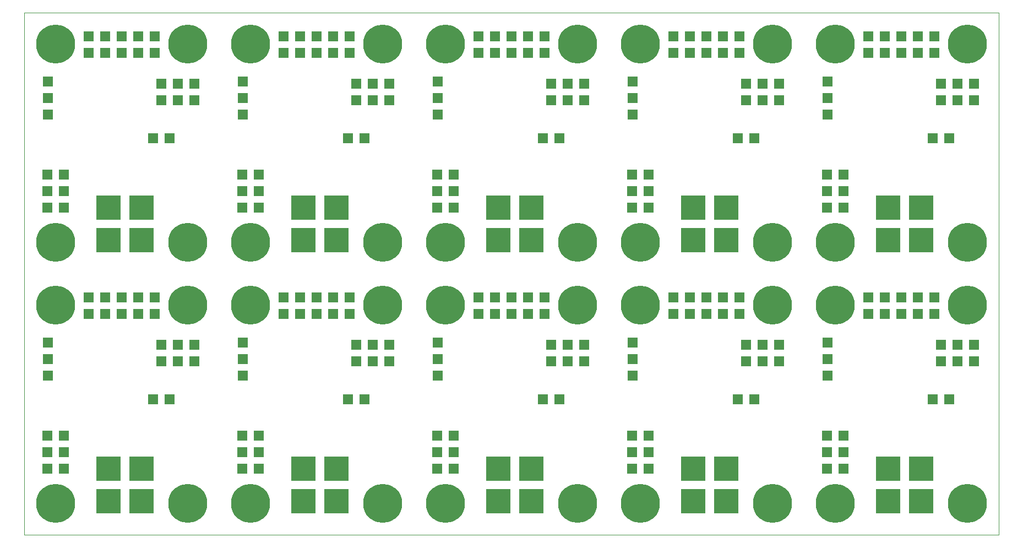
<source format=gts>
G75*
G71*
%MOMM*%
%OFA0B0*%
%FSLAX53Y53*%
%IPPOS*%
%LPD*%
%ADD13C,0.30000*%
%ADD36R,3.81000X3.81000*%
%ADD45R,1.52400X1.52400*%
%ADD46C,6.00000*%
X0000000Y0000000D02*
G01*
D13*
D45*
X0003556Y0015240D03*
X0006096Y0015240D03*
X0003556Y0012700D03*
X0006096Y0012700D03*
X0003556Y0010160D03*
X0006096Y0010160D03*
X0022352Y0020828D03*
X0019812Y0020828D03*
X0026162Y0026670D03*
X0023622Y0026670D03*
X0026162Y0029210D03*
X0023622Y0029210D03*
X0020066Y0036513D03*
X0020066Y0033973D03*
X0017526Y0036513D03*
X0017526Y0033973D03*
X0014986Y0036513D03*
X0014986Y0033973D03*
X0012446Y0036513D03*
X0012446Y0033973D03*
X0009906Y0036513D03*
X0009906Y0033973D03*
D46*
X0004826Y0035306D03*
X0025146Y0004826D03*
X0025146Y0035306D03*
X0004826Y0004826D03*
D36*
X0018034Y0005160D03*
X0018034Y0010160D03*
X0012954Y0005160D03*
X0012954Y0010160D03*
D45*
X0003620Y0024511D03*
X0003620Y0027051D03*
X0003620Y0029591D03*
X0021082Y0026670D03*
X0021082Y0029210D03*
X0029970Y0000000D02*
G01*
D13*
D45*
X0033526Y0015240D03*
X0036066Y0015240D03*
X0033526Y0012700D03*
X0036066Y0012700D03*
X0033526Y0010160D03*
X0036066Y0010160D03*
X0052322Y0020828D03*
X0049782Y0020828D03*
X0056132Y0026670D03*
X0053592Y0026670D03*
X0056132Y0029210D03*
X0053592Y0029210D03*
X0050036Y0036513D03*
X0050036Y0033973D03*
X0047496Y0036513D03*
X0047496Y0033973D03*
X0044956Y0036513D03*
X0044956Y0033973D03*
X0042416Y0036513D03*
X0042416Y0033973D03*
X0039876Y0036513D03*
X0039876Y0033973D03*
D46*
X0034796Y0035306D03*
X0055116Y0004826D03*
X0055116Y0035306D03*
X0034796Y0004826D03*
D36*
X0048004Y0005160D03*
X0048004Y0010160D03*
X0042924Y0005160D03*
X0042924Y0010160D03*
D45*
X0033590Y0024511D03*
X0033590Y0027051D03*
X0033590Y0029591D03*
X0051052Y0026670D03*
X0051052Y0029210D03*
X0059940Y0000000D02*
G01*
D13*
D45*
X0063496Y0015240D03*
X0066036Y0015240D03*
X0063496Y0012700D03*
X0066036Y0012700D03*
X0063496Y0010160D03*
X0066036Y0010160D03*
X0082292Y0020828D03*
X0079752Y0020828D03*
X0086102Y0026670D03*
X0083562Y0026670D03*
X0086102Y0029210D03*
X0083562Y0029210D03*
X0080006Y0036513D03*
X0080006Y0033973D03*
X0077466Y0036513D03*
X0077466Y0033973D03*
X0074926Y0036513D03*
X0074926Y0033973D03*
X0072386Y0036513D03*
X0072386Y0033973D03*
X0069846Y0036513D03*
X0069846Y0033973D03*
D46*
X0064766Y0035306D03*
X0085086Y0004826D03*
X0085086Y0035306D03*
X0064766Y0004826D03*
D36*
X0077974Y0005160D03*
X0077974Y0010160D03*
X0072894Y0005160D03*
X0072894Y0010160D03*
D45*
X0063560Y0024511D03*
X0063560Y0027051D03*
X0063560Y0029591D03*
X0081022Y0026670D03*
X0081022Y0029210D03*
X0000000Y0040130D02*
G01*
D13*
D45*
X0003556Y0055370D03*
X0006096Y0055370D03*
X0003556Y0052830D03*
X0006096Y0052830D03*
X0003556Y0050290D03*
X0006096Y0050290D03*
X0022352Y0060958D03*
X0019812Y0060958D03*
X0026162Y0066800D03*
X0023622Y0066800D03*
X0026162Y0069340D03*
X0023622Y0069340D03*
X0020066Y0076643D03*
X0020066Y0074103D03*
X0017526Y0076643D03*
X0017526Y0074103D03*
X0014986Y0076643D03*
X0014986Y0074103D03*
X0012446Y0076643D03*
X0012446Y0074103D03*
X0009906Y0076643D03*
X0009906Y0074103D03*
D46*
X0004826Y0075436D03*
X0025146Y0044956D03*
X0025146Y0075436D03*
X0004826Y0044956D03*
D36*
X0018034Y0045290D03*
X0018034Y0050290D03*
X0012954Y0045290D03*
X0012954Y0050290D03*
D45*
X0003620Y0064641D03*
X0003620Y0067181D03*
X0003620Y0069721D03*
X0021082Y0066800D03*
X0021082Y0069340D03*
X0089910Y0000000D02*
G01*
D13*
D45*
X0093466Y0015240D03*
X0096006Y0015240D03*
X0093466Y0012700D03*
X0096006Y0012700D03*
X0093466Y0010160D03*
X0096006Y0010160D03*
X0112262Y0020828D03*
X0109722Y0020828D03*
X0116072Y0026670D03*
X0113532Y0026670D03*
X0116072Y0029210D03*
X0113532Y0029210D03*
X0109976Y0036513D03*
X0109976Y0033973D03*
X0107436Y0036513D03*
X0107436Y0033973D03*
X0104896Y0036513D03*
X0104896Y0033973D03*
X0102356Y0036513D03*
X0102356Y0033973D03*
X0099816Y0036513D03*
X0099816Y0033973D03*
D46*
X0094736Y0035306D03*
X0115056Y0004826D03*
X0115056Y0035306D03*
X0094736Y0004826D03*
D36*
X0107944Y0005160D03*
X0107944Y0010160D03*
X0102864Y0005160D03*
X0102864Y0010160D03*
D45*
X0093530Y0024511D03*
X0093530Y0027051D03*
X0093530Y0029591D03*
X0110992Y0026670D03*
X0110992Y0029210D03*
X0029970Y0040130D02*
G01*
D13*
D45*
X0033526Y0055370D03*
X0036066Y0055370D03*
X0033526Y0052830D03*
X0036066Y0052830D03*
X0033526Y0050290D03*
X0036066Y0050290D03*
X0052322Y0060958D03*
X0049782Y0060958D03*
X0056132Y0066800D03*
X0053592Y0066800D03*
X0056132Y0069340D03*
X0053592Y0069340D03*
X0050036Y0076643D03*
X0050036Y0074103D03*
X0047496Y0076643D03*
X0047496Y0074103D03*
X0044956Y0076643D03*
X0044956Y0074103D03*
X0042416Y0076643D03*
X0042416Y0074103D03*
X0039876Y0076643D03*
X0039876Y0074103D03*
D46*
X0034796Y0075436D03*
X0055116Y0044956D03*
X0055116Y0075436D03*
X0034796Y0044956D03*
D36*
X0048004Y0045290D03*
X0048004Y0050290D03*
X0042924Y0045290D03*
X0042924Y0050290D03*
D45*
X0033590Y0064641D03*
X0033590Y0067181D03*
X0033590Y0069721D03*
X0051052Y0066800D03*
X0051052Y0069340D03*
X0059940Y0040130D02*
G01*
D13*
D45*
X0063496Y0055370D03*
X0066036Y0055370D03*
X0063496Y0052830D03*
X0066036Y0052830D03*
X0063496Y0050290D03*
X0066036Y0050290D03*
X0082292Y0060958D03*
X0079752Y0060958D03*
X0086102Y0066800D03*
X0083562Y0066800D03*
X0086102Y0069340D03*
X0083562Y0069340D03*
X0080006Y0076643D03*
X0080006Y0074103D03*
X0077466Y0076643D03*
X0077466Y0074103D03*
X0074926Y0076643D03*
X0074926Y0074103D03*
X0072386Y0076643D03*
X0072386Y0074103D03*
X0069846Y0076643D03*
X0069846Y0074103D03*
D46*
X0064766Y0075436D03*
X0085086Y0044956D03*
X0085086Y0075436D03*
X0064766Y0044956D03*
D36*
X0077974Y0045290D03*
X0077974Y0050290D03*
X0072894Y0045290D03*
X0072894Y0050290D03*
D45*
X0063560Y0064641D03*
X0063560Y0067181D03*
X0063560Y0069721D03*
X0081022Y0066800D03*
X0081022Y0069340D03*
X0089910Y0040130D02*
G01*
D13*
D45*
X0093466Y0055370D03*
X0096006Y0055370D03*
X0093466Y0052830D03*
X0096006Y0052830D03*
X0093466Y0050290D03*
X0096006Y0050290D03*
X0112262Y0060958D03*
X0109722Y0060958D03*
X0116072Y0066800D03*
X0113532Y0066800D03*
X0116072Y0069340D03*
X0113532Y0069340D03*
X0109976Y0076643D03*
X0109976Y0074103D03*
X0107436Y0076643D03*
X0107436Y0074103D03*
X0104896Y0076643D03*
X0104896Y0074103D03*
X0102356Y0076643D03*
X0102356Y0074103D03*
X0099816Y0076643D03*
X0099816Y0074103D03*
D46*
X0094736Y0075436D03*
X0115056Y0044956D03*
X0115056Y0075436D03*
X0094736Y0044956D03*
D36*
X0107944Y0045290D03*
X0107944Y0050290D03*
X0102864Y0045290D03*
X0102864Y0050290D03*
D45*
X0093530Y0064641D03*
X0093530Y0067181D03*
X0093530Y0069721D03*
X0110992Y0066800D03*
X0110992Y0069340D03*
X0119880Y0000000D02*
G01*
D13*
D45*
X0123436Y0015240D03*
X0125976Y0015240D03*
X0123436Y0012700D03*
X0125976Y0012700D03*
X0123436Y0010160D03*
X0125976Y0010160D03*
X0142232Y0020828D03*
X0139692Y0020828D03*
X0146042Y0026670D03*
X0143502Y0026670D03*
X0146042Y0029210D03*
X0143502Y0029210D03*
X0139946Y0036513D03*
X0139946Y0033973D03*
X0137406Y0036513D03*
X0137406Y0033973D03*
X0134866Y0036513D03*
X0134866Y0033973D03*
X0132326Y0036513D03*
X0132326Y0033973D03*
X0129786Y0036513D03*
X0129786Y0033973D03*
D46*
X0124706Y0035306D03*
X0145026Y0004826D03*
X0145026Y0035306D03*
X0124706Y0004826D03*
D36*
X0137914Y0005160D03*
X0137914Y0010160D03*
X0132834Y0005160D03*
X0132834Y0010160D03*
D45*
X0123500Y0024511D03*
X0123500Y0027051D03*
X0123500Y0029591D03*
X0140962Y0026670D03*
X0140962Y0029210D03*
X0119880Y0040130D02*
G01*
D13*
D45*
X0123436Y0055370D03*
X0125976Y0055370D03*
X0123436Y0052830D03*
X0125976Y0052830D03*
X0123436Y0050290D03*
X0125976Y0050290D03*
X0142232Y0060958D03*
X0139692Y0060958D03*
X0146042Y0066800D03*
X0143502Y0066800D03*
X0146042Y0069340D03*
X0143502Y0069340D03*
X0139946Y0076643D03*
X0139946Y0074103D03*
X0137406Y0076643D03*
X0137406Y0074103D03*
X0134866Y0076643D03*
X0134866Y0074103D03*
X0132326Y0076643D03*
X0132326Y0074103D03*
X0129786Y0076643D03*
X0129786Y0074103D03*
D46*
X0124706Y0075436D03*
X0145026Y0044956D03*
X0145026Y0075436D03*
X0124706Y0044956D03*
D36*
X0137914Y0045290D03*
X0137914Y0050290D03*
X0132834Y0045290D03*
X0132834Y0050290D03*
D45*
X0123500Y0064641D03*
X0123500Y0067181D03*
X0123500Y0069721D03*
X0140962Y0066800D03*
X0140962Y0069340D03*
%ADD10C,0.00100*%
D10*
X0000000Y0000000D02*
X0000000Y0080260D01*
X0149850Y0080260D01*
X0149850Y0000000D01*
X0000000Y0000000D01*
M02*

</source>
